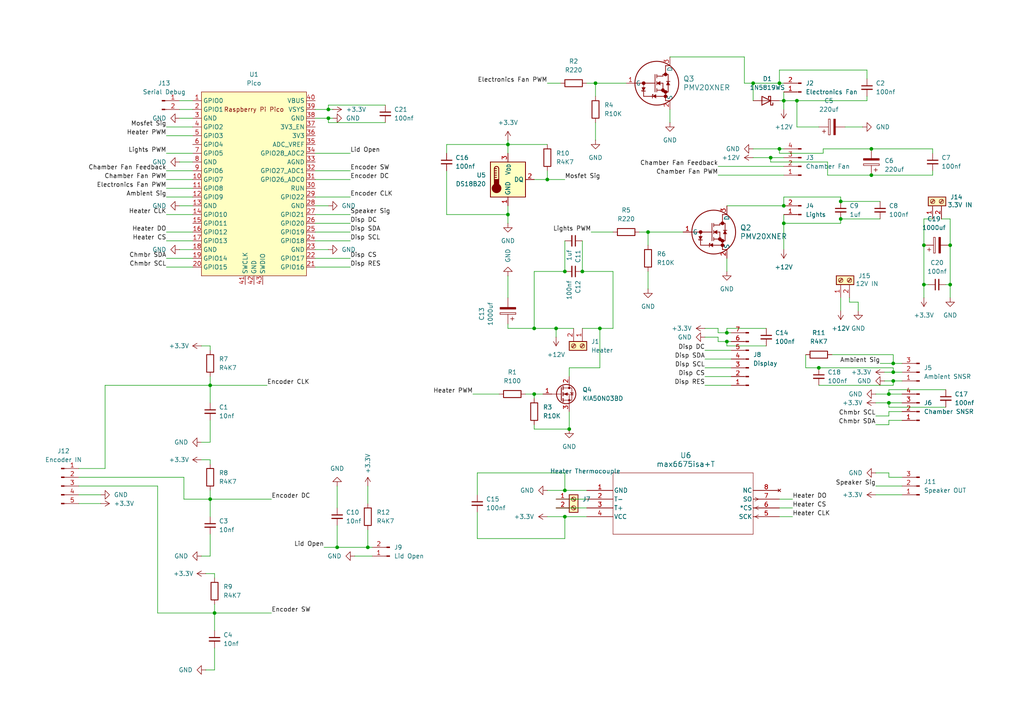
<source format=kicad_sch>
(kicad_sch (version 20231120) (generator "eeschema") (generator_version "8.0")
  (paper "A4")
  (junction (at 168.91 78.74))
  (junction (at 210.82 96.52))
  (junction (at 243.84 63.5))
  (junction (at 187.96 67.31))
  (junction (at 106.68 158.75))
  (junction (at 259.08 110.49))
  (junction (at 154.94 114.3))
  (junction (at 161.29 95.25))
  (junction (at 259.08 105.41))
  (junction (at 158.75 52.07))
  (junction (at 257.81 116.84))
  (junction (at 257.81 114.3))
  (junction (at 227.33 64.77))
  (junction (at 275.59 71.12))
  (junction (at 252.73 50.8))
  (junction (at 226.06 43.18))
  (junction (at 154.94 95.25))
  (junction (at 60.96 111.76))
  (junction (at 227.33 29.21))
  (junction (at 275.59 82.55))
  (junction (at 62.23 177.8))
  (junction (at 237.49 106.68))
  (junction (at 163.83 78.74))
  (junction (at 147.32 62.23))
  (junction (at 218.44 24.13))
  (junction (at 243.84 58.42))
  (junction (at 163.83 149.86))
  (junction (at 60.96 144.78))
  (junction (at 267.97 82.55))
  (junction (at 165.1 124.46))
  (junction (at 173.99 95.25))
  (junction (at 227.33 59.69))
  (junction (at 259.08 107.95))
  (junction (at 226.06 24.13))
  (junction (at 172.72 24.13))
  (junction (at 223.52 45.72))
  (junction (at 267.97 71.12))
  (junction (at 210.82 99.06))
  (junction (at 163.83 142.24))
  (junction (at 97.79 158.75))
  (junction (at 95.25 31.75))
  (junction (at 147.32 41.91))
  (junction (at 252.73 43.18))
  (junction (at 231.14 29.21))
  (junction (at 95.25 34.29))
  (wire (pts (xy 215.9 24.13) (xy 215.9 16.51)))
  (wire (pts (xy 257.81 120.65) (xy 254 120.65)))
  (wire (pts (xy 185.42 67.31) (xy 187.96 67.31)))
  (wire (pts (xy 204.47 106.68) (xy 212.09 106.68)))
  (wire (pts (xy 208.28 96.52) (xy 210.82 96.52)))
  (wire (pts (xy 129.54 41.91) (xy 147.32 41.91)))
  (wire (pts (xy 91.44 69.85) (xy 101.6 69.85)))
  (wire (pts (xy 154.94 52.07) (xy 158.75 52.07)))
  (wire (pts (xy 261.62 121.92) (xy 257.81 121.92)))
  (wire (pts (xy 60.96 121.92) (xy 60.96 128.27)))
  (wire (pts (xy 138.43 137.16) (xy 163.83 137.16)))
  (wire (pts (xy 106.68 153.67) (xy 106.68 158.75)))
  (wire (pts (xy 257.81 114.3) (xy 261.62 114.3)))
  (wire (pts (xy 62.23 177.8) (xy 62.23 182.88)))
  (wire (pts (xy 62.23 177.8) (xy 78.74 177.8)))
  (wire (pts (xy 238.76 44.45) (xy 226.06 44.45)))
  (wire (pts (xy 226.06 44.45) (xy 226.06 43.18)))
  (wire (pts (xy 91.44 74.93) (xy 101.6 74.93)))
  (wire (pts (xy 91.44 64.77) (xy 101.6 64.77)))
  (wire (pts (xy 91.44 31.75) (xy 95.25 31.75)))
  (wire (pts (xy 147.32 41.91) (xy 147.32 44.45)))
  (wire (pts (xy 251.46 20.32) (xy 226.06 20.32)))
  (wire (pts (xy 254 137.16) (xy 257.81 137.16)))
  (wire (pts (xy 210.82 100.33) (xy 210.82 99.06)))
  (wire (pts (xy 129.54 49.53) (xy 129.54 62.23)))
  (wire (pts (xy 208.28 97.79) (xy 208.28 99.06)))
  (wire (pts (xy 168.91 95.25) (xy 173.99 95.25)))
  (wire (pts (xy 267.97 63.5) (xy 267.97 71.12)))
  (wire (pts (xy 273.05 63.5) (xy 275.59 63.5)))
  (wire (pts (xy 187.96 78.74) (xy 187.96 83.82)))
  (wire (pts (xy 163.83 69.85) (xy 163.83 78.74)))
  (wire (pts (xy 53.34 144.78) (xy 60.96 144.78)))
  (wire (pts (xy 252.73 43.18) (xy 270.51 43.18)))
  (wire (pts (xy 218.44 24.13) (xy 218.44 29.21)))
  (wire (pts (xy 254 116.84) (xy 257.81 116.84)))
  (wire (pts (xy 22.86 138.43) (xy 53.34 138.43)))
  (wire (pts (xy 194.31 31.75) (xy 194.31 35.56)))
  (wire (pts (xy 93.98 158.75) (xy 97.79 158.75)))
  (wire (pts (xy 187.96 67.31) (xy 198.12 67.31)))
  (wire (pts (xy 237.49 36.83) (xy 231.14 36.83)))
  (wire (pts (xy 48.26 62.23) (xy 55.88 62.23)))
  (wire (pts (xy 238.76 43.18) (xy 238.76 44.45)))
  (wire (pts (xy 48.26 74.93) (xy 55.88 74.93)))
  (wire (pts (xy 161.29 147.32) (xy 170.18 147.32)))
  (wire (pts (xy 48.26 36.83) (xy 55.88 36.83)))
  (wire (pts (xy 163.83 78.74) (xy 154.94 78.74)))
  (wire (pts (xy 95.25 31.75) (xy 96.52 31.75)))
  (wire (pts (xy 218.44 43.18) (xy 226.06 43.18)))
  (wire (pts (xy 218.44 45.72) (xy 223.52 45.72)))
  (wire (pts (xy 111.76 30.48) (xy 95.25 30.48)))
  (wire (pts (xy 270.51 63.5) (xy 267.97 63.5)))
  (wire (pts (xy 246.38 87.63) (xy 248.92 87.63)))
  (wire (pts (xy 45.72 177.8) (xy 62.23 177.8)))
  (wire (pts (xy 163.83 142.24) (xy 170.18 142.24)))
  (wire (pts (xy 147.32 62.23) (xy 147.32 64.77)))
  (wire (pts (xy 227.33 29.21) (xy 227.33 31.75)))
  (wire (pts (xy 138.43 156.21) (xy 163.83 156.21)))
  (wire (pts (xy 161.29 95.25) (xy 161.29 97.79)))
  (wire (pts (xy 147.32 41.91) (xy 158.75 41.91)))
  (wire (pts (xy 161.29 95.25) (xy 166.37 95.25)))
  (wire (pts (xy 222.25 95.25) (xy 210.82 95.25)))
  (wire (pts (xy 259.08 111.76) (xy 259.08 110.49)))
  (wire (pts (xy 256.54 107.95) (xy 259.08 107.95)))
  (wire (pts (xy 60.96 100.33) (xy 60.96 101.6)))
  (wire (pts (xy 52.07 72.39) (xy 55.88 72.39)))
  (wire (pts (xy 243.84 64.77) (xy 227.33 64.77)))
  (wire (pts (xy 48.26 67.31) (xy 55.88 67.31)))
  (wire (pts (xy 257.81 113.03) (xy 257.81 114.3)))
  (wire (pts (xy 158.75 49.53) (xy 158.75 52.07)))
  (wire (pts (xy 245.11 36.83) (xy 250.19 36.83)))
  (wire (pts (xy 252.73 50.8) (xy 240.03 50.8)))
  (wire (pts (xy 257.81 116.84) (xy 261.62 116.84)))
  (wire (pts (xy 163.83 149.86) (xy 170.18 149.86)))
  (wire (pts (xy 106.68 158.75) (xy 107.95 158.75)))
  (wire (pts (xy 226.06 147.32) (xy 229.87 147.32)))
  (wire (pts (xy 226.06 29.21) (xy 227.33 29.21)))
  (wire (pts (xy 163.83 156.21) (xy 163.83 149.86)))
  (wire (pts (xy 97.79 140.97) (xy 97.79 147.32)))
  (wire (pts (xy 223.52 45.72) (xy 227.33 45.72)))
  (wire (pts (xy 267.97 82.55) (xy 267.97 86.36)))
  (wire (pts (xy 48.26 52.07) (xy 55.88 52.07)))
  (wire (pts (xy 30.48 111.76) (xy 60.96 111.76)))
  (wire (pts (xy 161.29 144.78) (xy 170.18 144.78)))
  (wire (pts (xy 58.42 128.27) (xy 60.96 128.27)))
  (wire (pts (xy 177.8 78.74) (xy 177.8 95.25)))
  (wire (pts (xy 210.82 95.25) (xy 210.82 96.52)))
  (wire (pts (xy 248.92 87.63) (xy 248.92 90.17)))
  (wire (pts (xy 226.06 144.78) (xy 229.87 144.78)))
  (wire (pts (xy 233.68 106.68) (xy 237.49 106.68)))
  (wire (pts (xy 274.32 113.03) (xy 257.81 113.03)))
  (wire (pts (xy 154.94 123.19) (xy 154.94 124.46)))
  (wire (pts (xy 97.79 152.4) (xy 97.79 158.75)))
  (wire (pts (xy 215.9 24.13) (xy 218.44 24.13)))
  (wire (pts (xy 52.07 34.29) (xy 55.88 34.29)))
  (wire (pts (xy 138.43 143.51) (xy 138.43 137.16)))
  (wire (pts (xy 165.1 106.68) (xy 173.99 106.68)))
  (wire (pts (xy 251.46 29.21) (xy 251.46 27.94)))
  (wire (pts (xy 259.08 106.68) (xy 259.08 107.95)))
  (wire (pts (xy 252.73 43.18) (xy 238.76 43.18)))
  (wire (pts (xy 237.49 106.68) (xy 259.08 106.68)))
  (wire (pts (xy 226.06 20.32) (xy 226.06 24.13)))
  (wire (pts (xy 172.72 24.13) (xy 172.72 27.94)))
  (wire (pts (xy 158.75 149.86) (xy 163.83 149.86)))
  (wire (pts (xy 210.82 59.69) (xy 227.33 59.69)))
  (wire (pts (xy 240.03 46.99) (xy 223.52 46.99)))
  (wire (pts (xy 254 143.51) (xy 261.62 143.51)))
  (wire (pts (xy 233.68 102.87) (xy 233.68 106.68)))
  (wire (pts (xy 243.84 57.15) (xy 227.33 57.15)))
  (wire (pts (xy 274.32 118.11) (xy 257.81 118.11)))
  (wire (pts (xy 259.08 110.49) (xy 261.62 110.49)))
  (wire (pts (xy 226.06 43.18) (xy 227.33 43.18)))
  (wire (pts (xy 227.33 64.77) (xy 227.33 72.39)))
  (wire (pts (xy 172.72 35.56) (xy 172.72 40.64)))
  (wire (pts (xy 58.42 100.33) (xy 60.96 100.33)))
  (wire (pts (xy 97.79 158.75) (xy 106.68 158.75)))
  (wire (pts (xy 163.83 137.16) (xy 163.83 142.24)))
  (wire (pts (xy 223.52 46.99) (xy 223.52 45.72)))
  (wire (pts (xy 168.91 78.74) (xy 177.8 78.74)))
  (wire (pts (xy 91.44 49.53) (xy 101.6 49.53)))
  (wire (pts (xy 91.44 57.15) (xy 101.6 57.15)))
  (wire (pts (xy 204.47 109.22) (xy 212.09 109.22)))
  (wire (pts (xy 48.26 69.85) (xy 55.88 69.85)))
  (wire (pts (xy 154.94 95.25) (xy 161.29 95.25)))
  (wire (pts (xy 59.69 194.31) (xy 62.23 194.31)))
  (wire (pts (xy 48.26 49.53) (xy 55.88 49.53)))
  (wire (pts (xy 48.26 77.47) (xy 55.88 77.47)))
  (wire (pts (xy 208.28 50.8) (xy 227.33 50.8)))
  (wire (pts (xy 30.48 135.89) (xy 30.48 111.76)))
  (wire (pts (xy 241.3 102.87) (xy 259.08 102.87)))
  (wire (pts (xy 62.23 166.37) (xy 62.23 167.64)))
  (wire (pts (xy 91.44 59.69) (xy 95.25 59.69)))
  (wire (pts (xy 208.28 48.26) (xy 227.33 48.26)))
  (wire (pts (xy 226.06 149.86) (xy 229.87 149.86)))
  (wire (pts (xy 62.23 187.96) (xy 62.23 194.31)))
  (wire (pts (xy 257.81 123.19) (xy 254 123.19)))
  (wire (pts (xy 60.96 111.76) (xy 77.47 111.76)))
  (wire (pts (xy 52.07 59.69) (xy 55.88 59.69)))
  (wire (pts (xy 48.26 54.61) (xy 55.88 54.61)))
  (wire (pts (xy 171.45 67.31) (xy 177.8 67.31)))
  (wire (pts (xy 91.44 62.23) (xy 101.6 62.23)))
  (wire (pts (xy 22.86 135.89) (xy 30.48 135.89)))
  (wire (pts (xy 270.51 50.8) (xy 270.51 49.53)))
  (wire (pts (xy 270.51 43.18) (xy 270.51 44.45)))
  (wire (pts (xy 170.18 24.13) (xy 172.72 24.13)))
  (wire (pts (xy 210.82 74.93) (xy 210.82 78.74)))
  (wire (pts (xy 60.96 144.78) (xy 78.74 144.78)))
  (wire (pts (xy 257.81 119.38) (xy 257.81 120.65)))
  (wire (pts (xy 152.4 114.3) (xy 154.94 114.3)))
  (wire (pts (xy 129.54 62.23) (xy 147.32 62.23)))
  (wire (pts (xy 95.25 30.48) (xy 95.25 31.75)))
  (wire (pts (xy 154.94 78.74) (xy 154.94 95.25)))
  (wire (pts (xy 173.99 95.25) (xy 173.99 106.68)))
  (wire (pts (xy 259.08 105.41) (xy 261.62 105.41)))
  (wire (pts (xy 168.91 69.85) (xy 168.91 78.74)))
  (wire (pts (xy 173.99 95.25) (xy 177.8 95.25)))
  (wire (pts (xy 91.44 34.29) (xy 95.25 34.29)))
  (wire (pts (xy 257.81 137.16) (xy 257.81 138.43)))
  (wire (pts (xy 60.96 144.78) (xy 60.96 142.24)))
  (wire (pts (xy 48.26 39.37) (xy 55.88 39.37)))
  (wire (pts (xy 237.49 111.76) (xy 259.08 111.76)))
  (wire (pts (xy 275.59 82.55) (xy 275.59 86.36)))
  (wire (pts (xy 240.03 50.8) (xy 240.03 46.99)))
  (wire (pts (xy 91.44 52.07) (xy 101.6 52.07)))
  (wire (pts (xy 256.54 110.49) (xy 259.08 110.49)))
  (wire (pts (xy 246.38 86.36) (xy 246.38 87.63)))
  (wire (pts (xy 154.94 114.3) (xy 154.94 115.57)))
  (wire (pts (xy 275.59 82.55) (xy 275.59 71.12)))
  (wire (pts (xy 231.14 29.21) (xy 227.33 29.21)))
  (wire (pts (xy 208.28 95.25) (xy 208.28 96.52)))
  (wire (pts (xy 58.42 133.35) (xy 60.96 133.35)))
  (wire (pts (xy 255.27 105.41) (xy 259.08 105.41)))
  (wire (pts (xy 60.96 144.78) (xy 60.96 149.86)))
  (wire (pts (xy 172.72 24.13) (xy 181.61 24.13)))
  (wire (pts (xy 227.33 62.23) (xy 227.33 64.77)))
  (wire (pts (xy 158.75 24.13) (xy 162.56 24.13)))
  (wire (pts (xy 243.84 86.36) (xy 243.84 90.17)))
  (wire (pts (xy 48.26 57.15) (xy 55.88 57.15)))
  (wire (pts (xy 95.25 35.56) (xy 95.25 34.29)))
  (wire (pts (xy 52.07 46.99) (xy 55.88 46.99)))
  (wire (pts (xy 91.44 77.47) (xy 101.6 77.47)))
  (wire (pts (xy 22.86 146.05) (xy 29.21 146.05)))
  (wire (pts (xy 60.96 111.76) (xy 60.96 116.84)))
  (wire (pts (xy 60.96 133.35) (xy 60.96 134.62)))
  (wire (pts (xy 62.23 177.8) (xy 62.23 175.26)))
  (wire (pts (xy 227.33 26.67) (xy 227.33 29.21)))
  (wire (pts (xy 218.44 24.13) (xy 226.06 24.13)))
  (wire (pts (xy 210.82 96.52) (xy 212.09 96.52)))
  (wire (pts (xy 259.08 107.95) (xy 261.62 107.95)))
  (wire (pts (xy 147.32 93.98) (xy 147.32 95.25)))
  (wire (pts (xy 257.81 121.92) (xy 257.81 123.19)))
  (wire (pts (xy 147.32 86.36) (xy 147.32 80.01)))
  (wire (pts (xy 154.94 124.46) (xy 165.1 124.46)))
  (wire (pts (xy 129.54 44.45) (xy 129.54 41.91)))
  (wire (pts (xy 154.94 114.3) (xy 157.48 114.3)))
  (wire (pts (xy 91.44 67.31) (xy 101.6 67.31)))
  (wire (pts (xy 204.47 95.25) (xy 208.28 95.25)))
  (wire (pts (xy 227.33 57.15) (xy 227.33 59.69)))
  (wire (pts (xy 59.69 166.37) (xy 62.23 166.37)))
  (wire (pts (xy 95.25 34.29) (xy 96.52 34.29)))
  (wire (pts (xy 243.84 58.42) (xy 243.84 57.15)))
  (wire (pts (xy 60.96 154.94) (xy 60.96 161.29)))
  (wire (pts (xy 147.32 95.25) (xy 154.94 95.25)))
  (wire (pts (xy 275.59 63.5) (xy 275.59 71.12)))
  (wire (pts (xy 252.73 50.8) (xy 270.51 50.8)))
  (wire (pts (xy 254 140.97) (xy 261.62 140.97)))
  (wire (pts (xy 261.62 119.38) (xy 257.81 119.38)))
  (wire (pts (xy 60.96 111.76) (xy 60.96 109.22)))
  (wire (pts (xy 53.34 138.43) (xy 53.34 144.78)))
  (wire (pts (xy 254 114.3) (xy 257.81 114.3)))
  (wire (pts (xy 257.81 118.11) (xy 257.81 116.84)))
  (wire (pts (xy 111.76 35.56) (xy 95.25 35.56)))
  (wire (pts (xy 22.86 143.51) (xy 29.21 143.51)))
  (wire (pts (xy 147.32 59.69) (xy 147.32 62.23)))
  (wire (pts (xy 257.81 138.43) (xy 261.62 138.43)))
  (wire (pts (xy 204.47 101.6) (xy 212.09 101.6)))
  (wire (pts (xy 267.97 82.55) (xy 267.97 71.12)))
  (wire (pts (xy 165.1 106.68) (xy 165.1 109.22)))
  (wire (pts (xy 58.42 161.29) (xy 60.96 161.29)))
  (wire (pts (xy 102.87 161.29) (xy 107.95 161.29)))
  (wire (pts (xy 243.84 63.5) (xy 243.84 64.77)))
  (wire (pts (xy 45.72 140.97) (xy 45.72 177.8)))
  (wire (pts (xy 52.07 29.21) (xy 55.88 29.21)))
  (wire (pts (xy 210.82 99.06) (xy 212.09 99.06)))
  (wire (pts (xy 215.9 16.51) (xy 194.31 16.51)))
  (wire (pts (xy 137.16 114.3) (xy 144.78 114.3)))
  (wire (pts (xy 204.47 97.79) (xy 208.28 97.79)))
  (wire (pts (xy 158.75 52.07) (xy 163.83 52.07)))
  (wire (pts (xy 147.32 40.64) (xy 147.32 41.91)))
  (wire (pts (xy 165.1 119.38) (xy 165.1 124.46)))
  (wire (pts (xy 106.68 140.97) (xy 106.68 146.05)))
  (wire (pts (xy 222.25 100.33) (xy 210.82 100.33)))
  (wire (pts (xy 251.46 22.86) (xy 251.46 20.32)))
  (wire (pts (xy 52.07 31.75) (xy 55.88 31.75)))
  (wire (pts (xy 138.43 148.59) (xy 138.43 156.21)))
  (wire (pts (xy 208.28 99.06) (xy 210.82 99.06)))
  (wire (pts (xy 231.14 36.83) (xy 231.14 29.21)))
  (wire (pts (xy 243.84 58.42) (xy 255.27 58.42)))
  (wire (pts (xy 91.44 72.39) (xy 95.25 72.39)))
  (wire (pts (xy 231.14 29.21) (xy 251.46 29.21)))
  (wire (pts (xy 187.96 67.31) (xy 187.96 71.12)))
  (wire (pts (xy 274.32 82.55) (xy 275.59 82.55)))
  (wire (pts (xy 48.26 44.45) (xy 55.88 44.45)))
  (wire (pts (xy 91.44 44.45) (xy 101.6 44.45)))
  (wire (pts (xy 259.08 102.87) (xy 259.08 105.41)))
  (wire (pts (xy 243.84 63.5) (xy 255.27 63.5)))
  (wire (pts (xy 269.24 82.55) (xy 267.97 82.55)))
  (wire (pts (xy 158.75 142.24) (xy 163.83 142.24)))
  (wire (pts (xy 204.47 111.76) (xy 212.09 111.76)))
  (wire (pts (xy 226.06 24.13) (xy 227.33 24.13)))
  (wire (pts (xy 22.86 140.97) (xy 45.72 140.97)))
  (wire (pts (xy 204.47 104.14) (xy 212.09 104.14)))
  (label "Chmbr SCL" (at 48.26 77.47 180))
  (label "Disp SCL" (at 204.47 106.68 180))
  (label "Disp DC" (at 101.6 64.77 0))
  (label "Lights PWM" (at 171.45 67.31 180))
  (label "Chmbr SCL" (at 254 120.65 180))
  (label "Lid Open" (at 93.98 158.75 180))
  (label "Heater PWM" (at 137.16 114.3 180))
  (label "Chmbr SDA" (at 254 123.19 180))
  (label "Heater CS" (at 229.87 147.32 0))
  (label "Disp CS" (at 204.47 109.22 180))
  (label "Heater CS" (at 48.26 69.85 180))
  (label "Electronics Fan PWM" (at 158.75 24.13 180))
  (label "Heater CLK" (at 229.87 149.86 0))
  (label "Encoder CLK" (at 77.47 111.76 0))
  (label "Disp RES" (at 204.47 111.76 180))
  (label "Disp SCL" (at 101.6 69.85 0))
  (label "Electronics Fan PWM" (at 48.26 54.61 180))
  (label "Disp CS" (at 101.6 74.93 0))
  (label "Heater PWM" (at 48.26 39.37 180))
  (label "Chmbr SDA" (at 48.26 74.93 180))
  (label "Heater DO" (at 48.26 67.31 180))
  (label "Chamber Fan PWM" (at 48.26 52.07 180))
  (label "Lid Open" (at 101.6 44.45 0))
  (label "Speaker Sig" (at 101.6 62.23 0))
  (label "Ambient Sig" (at 48.26 57.15 180))
  (label "Lights PWM" (at 48.26 44.45 180))
  (label "Chamber Fan Feedback" (at 48.26 49.53 180))
  (label "Encoder CLK" (at 101.6 57.15 0))
  (label "Disp RES" (at 101.6 77.47 0))
  (label "Encoder SW" (at 78.74 177.8 0))
  (label "Heater CLK" (at 48.26 62.23 180))
  (label "Disp DC" (at 204.47 101.6 180))
  (label "Speaker Sig" (at 254 140.97 180))
  (label "Encoder SW" (at 101.6 49.53 0))
  (label "Mosfet Sig" (at 163.83 52.07 0))
  (label "Encoder DC" (at 78.74 144.78 0))
  (label "Chamber Fan PWM" (at 208.28 50.8 180))
  (label "Disp SDA" (at 101.6 67.31 0))
  (label "Ambient Sig" (at 255.27 105.41 180))
  (label "Chamber Fan Feedback" (at 208.28 48.26 180))
  (label "Disp SDA" (at 204.47 104.14 180))
  (label "Encoder DC" (at 101.6 52.07 0))
  (label "Heater DO" (at 229.87 144.78 0))
  (label "Mosfet Sig" (at 48.26 36.83 180))
  (symbol (lib_id "power:GND") (at 172.72 40.64 0) (unit 1)
    (property "Reference" "#PWR05" (effects (hide yes)))
    (property "Value" "GND" (at 172.72 45.72 0))
    (property "Description" "Power symbol creates a global label with name \"GND\" , ground" (effects (hide yes)))
  )
  (symbol (lib_id "power:GND") (at 52.07 72.39 270) (unit 1)
    (property "Reference" "#PWR044" (effects (hide yes)))
    (property "Value" "GND" (at 48.26 72.3899 90) (effects (justify right)))
    (property "Description" "Power symbol creates a global label with name \"GND\" , ground" (effects (hide yes)))
  )
  (symbol (lib_id "power:+3.3V") (at 96.52 31.75 270) (unit 1)
    (property "Reference" "#PWR037" (effects (hide yes)))
    (property "Value" "+3.3V" (at 100.33 31.7499 90) (effects (justify left)))
    (property "Description" "Power symbol creates a global label with name \"+3.3V\"" (effects (hide yes)))
  )
  (symbol (lib_id "power:GND") (at 95.25 59.69 90) (unit 1)
    (property "Reference" "#PWR031" (effects (hide yes)))
    (property "Value" "GND" (at 99.06 59.6899 90) (effects (justify right)))
    (property "Description" "Power symbol creates a global label with name \"GND\" , ground" (effects (hide yes)))
  )
  (symbol (lib_id "Device:C_Small") (at 243.84 60.96 0) (unit 1)
    (property "Reference" "C9" (at 246.38 59.6962 0) (effects (justify left)))
    (property "Value" "1uf" (at 246.38 62.2362 0) (effects (justify left)))
    (property "Footprint" "Capacitor_SMD:C_1210_3225Metric" (effects (hide yes)))
    (property "Description" "Unpolarized capacitor, small symbol" (effects (hide yes)))
  )
  (symbol (lib_id "Connector:Screw_Terminal_01x02") (at 243.84 81.28 90) (unit 1)
    (property "Reference" "J15" (at 248.92 80.0099 90) (effects (justify right)))
    (property "Value" "12V IN" (at 248.158 82.296 90) (effects (justify right)))
    (property "Footprint" "TerminalBlock_MetzConnect:TerminalBlock_MetzConnect_Type067_RT01902HDWC_1x02_P10.00mm_Horizontal" (effects (hide yes)))
    (property "Description" "Generic screw terminal, single row, 01x02, script generated (kicad-library-utils/schlib/autogen/connector/)" (effects (hide yes)))
  )
  (symbol (lib_id "Device:C_Small") (at 62.23 185.42 0) (unit 1)
    (property "Reference" "C4" (at 64.77 184.1562 0) (effects (justify left)))
    (property "Value" "10nf" (at 64.77 186.6962 0) (effects (justify left)))
    (property "Footprint" "Capacitor_SMD:C_1206_3216Metric" (effects (hide yes)))
    (property "Description" "Unpolarized capacitor, small symbol" (effects (hide yes)))
  )
  (symbol (lib_id "power:GND") (at 165.1 124.46 0) (unit 1)
    (property "Reference" "#PWR01" (effects (hide yes)))
    (property "Value" "GND" (at 165.1 129.54 0))
    (property "Description" "Power symbol creates a global label with name \"GND\" , ground" (effects (hide yes)))
  )
  (symbol (lib_id "power:GND") (at 204.47 97.79 270) (unit 1)
    (property "Reference" "#PWR023" (effects (hide yes)))
    (property "Value" "GND" (at 200.66 97.7899 90) (effects (justify right)))
    (property "Description" "Power symbol creates a global label with name \"GND\" , ground" (effects (hide yes)))
  )
  (symbol (lib_id "Device:C_Small") (at 166.37 69.85 270) (unit 1)
    (property "Reference" "C11" (at 167.6338 72.39 0) (effects (justify left)))
    (property "Value" "1uf" (at 165.0938 72.39 0) (effects (justify left)))
    (property "Footprint" "Capacitor_SMD:C_1210_3225Metric" (effects (hide yes)))
    (property "Description" "Unpolarized capacitor, small symbol" (effects (hide yes)))
  )
  (symbol (lib_id "power:GND") (at 96.52 34.29 90) (unit 1)
    (property "Reference" "#PWR04" (effects (hide yes)))
    (property "Value" "GND" (at 100.33 34.2899 90) (effects (justify right)))
    (property "Description" "Power symbol creates a global label with name \"GND\" , ground" (effects (hide yes)))
  )
  (symbol (lib_id "power:GND") (at 59.69 194.31 270) (unit 1)
    (property "Reference" "#PWR022" (effects (hide yes)))
    (property "Value" "GND" (at 55.88 194.3099 90) (effects (justify right)))
    (property "Description" "Power symbol creates a global label with name \"GND\" , ground" (effects (hide yes)))
  )
  (symbol (lib_id "Device:C_Polarized") (at 147.32 90.17 180) (unit 1)
    (property "Reference" "C13" (at 139.7 91.059 90))
    (property "Value" "1000uf" (at 142.24 91.059 90))
    (property "Footprint" "Capacitor_SMD:CP_Elec_10x10.5" (effects (hide yes)))
    (property "Description" "Polarized capacitor" (effects (hide yes)))
  )
  (symbol (lib_id "Connector:Screw_Terminal_01x02") (at 168.91 100.33 270) (unit 1)
    (property "Reference" "J1" (at 171.45 99.0599 90) (effects (justify left)))
    (property "Value" "Heater" (at 171.45 101.5999 90) (effects (justify left)))
    (property "Footprint" "TerminalBlock_MetzConnect:TerminalBlock_MetzConnect_Type067_RT01902HDWC_1x02_P10.00mm_Horizontal" (effects (hide yes)))
    (property "Description" "Generic screw terminal, single row, 01x02, script generated (kicad-library-utils/schlib/autogen/connector/)" (effects (hide yes)))
  )
  (symbol (lib_id "Device:R") (at 60.96 105.41 180) (unit 1)
    (property "Reference" "R7" (at 63.5 104.1399 0) (effects (justify right)))
    (property "Value" "R4K7" (at 63.5 106.6799 0) (effects (justify right)))
    (property "Footprint" "Resistor_SMD:R_1206_3216Metric" (effects (hide yes)))
    (property "Description" "Resistor" (effects (hide yes)))
  )
  (symbol (lib_id "Connector:Conn_01x07_Pin") (at 217.17 104.14 180) (unit 1)
    (property "Reference" "J8" (at 218.44 102.8699 0) (effects (justify right)))
    (property "Value" "Display" (at 218.44 105.4099 0) (effects (justify right)))
    (property "Footprint" "SMD-Connectors:SMD-PinHeader_1x07_P2.54mm_Vertical" (effects (hide yes)))
    (property "Description" "Generic connector, single row, 01x07, script generated" (effects (hide yes)))
  )
  (symbol (lib_id "Device:C_Polarized") (at 241.3 36.83 90) (unit 1)
    (property "Reference" "C5" (at 240.411 29.21 90))
    (property "Value" "220uf" (at 240.411 31.75 90))
    (property "Footprint" "Capacitor_SMD:CP_Elec_8x10.5" (effects (hide yes)))
    (property "Description" "Polarized capacitor" (effects (hide yes)))
  )
  (symbol (lib_id "Connector:Screw_Terminal_01x02") (at 166.37 144.78 0) (unit 1)
    (property "Reference" "J7" (at 168.91 144.7799 0) (effects (justify left)))
    (property "Value" "Heater Thermocouple" (at 159.512 136.652 0) (effects (justify left)))
    (property "Footprint" "TerminalBlock_MetzConnect:TerminalBlock_MetzConnect_Type171_RT13702HBWC_1x02_P7.50mm_Horizontal" (effects (hide yes)))
    (property "Description" "Generic screw terminal, single row, 01x02, script generated (kicad-library-utils/schlib/autogen/connector/)" (effects (hide yes)))
  )
  (symbol (lib_id "power:+12V") (at 218.44 45.72 90) (unit 1)
    (property "Reference" "#PWR07" (effects (hide yes)))
    (property "Value" "+12V" (at 214.63 45.7199 90) (effects (justify left)))
    (property "Description" "Power symbol creates a global label with name \"+12V\"" (effects (hide yes)))
  )
  (symbol (lib_id "power:+3.3V") (at 254 143.51 90) (unit 1)
    (property "Reference" "#PWR011" (effects (hide yes)))
    (property "Value" "+3.3V" (at 250.19 143.5099 90) (effects (justify left)))
    (property "Description" "Power symbol creates a global label with name \"+3.3V\"" (effects (hide yes)))
  )
  (symbol (lib_id "power:GND") (at 52.07 34.29 270) (unit 1)
    (property "Reference" "#PWR047" (effects (hide yes)))
    (property "Value" "GND" (at 48.26 34.2899 90) (effects (justify right)))
    (property "Description" "Power symbol creates a global label with name \"GND\" , ground" (effects (hide yes)))
  )
  (symbol (lib_id "power:+3.3V") (at 106.68 140.97 0) (unit 1)
    (property "Reference" "#PWR034" (effects (hide yes)))
    (property "Value" "+3.3V" (at 106.68 137.414 90) (effects (justify left)))
    (property "Description" "Power symbol creates a global label with name \"+3.3V\"" (effects (hide yes)))
  )
  (symbol (lib_id "Device:R") (at 158.75 45.72 180) (unit 1)
    (property "Reference" "R10" (at 161.29 44.4499 0) (effects (justify right)))
    (property "Value" "R4K7" (at 161.29 46.9899 0) (effects (justify right)))
    (property "Footprint" "Resistor_SMD:R_1206_3216Metric" (effects (hide yes)))
    (property "Description" "Resistor" (effects (hide yes)))
  )
  (symbol (lib_id "Device:R") (at 154.94 119.38 180) (unit 1)
    (property "Reference" "R3" (at 157.48 118.1099 0) (effects (justify right)))
    (property "Value" "R10K" (at 157.48 120.6499 0) (effects (justify right)))
    (property "Footprint" "Resistor_SMD:R_1206_3216Metric" (effects (hide yes)))
    (property "Description" "Resistor" (effects (hide yes)))
  )
  (symbol (lib_id "power:+12V") (at 227.33 31.75 180) (unit 1)
    (property "Reference" "#PWR03" (effects (hide yes)))
    (property "Value" "+12V" (at 227.33 36.83 0))
    (property "Description" "Power symbol creates a global label with name \"+12V\"" (effects (hide yes)))
  )
  (symbol (lib_id "Transistor_FET:KIA50N03BD") (at 162.56 114.3 0) (unit 1)
    (property "Reference" "Q4" (at 168.91 113.0299 0) (effects (justify left)))
    (property "Value" "KIA50N03BD" (at 168.91 115.5699 0) (effects (justify left)))
    (property "Footprint" "Package_TO_SOT_SMD:TO-252-2" (effects (hide yes)))
    (property "Datasheet" "https://www.infineon.com/dgdl/Infineon-IPD50R380CE-DS-v02_01-en.pdf?fileId=db3a30433ecb86d4013ed0a2ef580f38" (effects (hide yes)))
    (property "Description" "30V 50A N-ChAnnel Mosfet" (effects (hide yes)))
  )
  (symbol (lib_id "power:GND") (at 275.59 86.36 0) (unit 1)
    (property "Reference" "#PWR039" (effects (hide yes)))
    (property "Value" "GND" (at 275.59 91.44 0))
    (property "Description" "Power symbol creates a global label with name \"GND\" , ground" (effects (hide yes)))
  )
  (symbol (lib_id "Device:C_Small") (at 222.25 97.79 0) (unit 1)
    (property "Reference" "C14" (at 224.79 96.5262 0) (effects (justify left)))
    (property "Value" "100nf" (at 224.79 99.0662 0) (effects (justify left)))
    (property "Footprint" "Capacitor_SMD:C_1210_3225Metric" (effects (hide yes)))
    (property "Description" "Unpolarized capacitor, small symbol" (effects (hide yes)))
  )
  (symbol (lib_id "Device:C_Small") (at 111.76 33.02 0) (unit 1)
    (property "Reference" "C21" (at 114.3 31.7562 0) (effects (justify left)))
    (property "Value" "100nf" (at 114.3 34.2962 0) (effects (justify left)))
    (property "Footprint" "Capacitor_SMD:C_1210_3225Metric" (effects (hide yes)))
    (property "Description" "Unpolarized capacitor, small symbol" (effects (hide yes)))
  )
  (symbol (lib_id "MAX6675:max6675isa+T") (at 170.18 142.24 0) (unit 1)
    (property "Reference" "U6" (at 198.901 132.08 0) (effects (font (size 1.524 1.524))))
    (property "Value" "max6675isa+T" (at 198.901 134.62 0) (effects (font (size 1.524 1.524))))
    (property "Footprint" "21-0041B_8_MXM" (effects (hide yes)))
    (property "Datasheet" "max6675isa+T" (effects (hide yes)))
  )
  (symbol (lib_id "Device:C_Small") (at 60.96 119.38 0) (unit 1)
    (property "Reference" "C1" (at 63.5 118.1162 0) (effects (justify left)))
    (property "Value" "10nf" (at 63.5 120.6562 0) (effects (justify left)))
    (property "Footprint" "Capacitor_SMD:C_1206_3216Metric" (effects (hide yes)))
    (property "Description" "Unpolarized capacitor, small symbol" (effects (hide yes)))
  )
  (symbol (lib_id "Device:R") (at 187.96 74.93 180) (unit 1)
    (property "Reference" "R6" (at 190.5 73.6599 0) (effects (justify right)))
    (property "Value" "R10K" (at 190.5 76.1999 0) (effects (justify right)))
    (property "Footprint" "Resistor_SMD:R_1206_3216Metric" (effects (hide yes)))
    (property "Description" "Resistor" (effects (hide yes)))
  )
  (symbol (lib_id "Device:C_Small") (at 251.46 25.4 0) (unit 1)
    (property "Reference" "C2" (at 254 24.1362 0) (effects (justify left)))
    (property "Value" "100nf" (at 254 26.6762 0) (effects (justify left)))
    (property "Footprint" "Capacitor_SMD:C_1210_3225Metric" (effects (hide yes)))
    (property "Description" "Unpolarized capacitor, small symbol" (effects (hide yes)))
  )
  (symbol (lib_id "power:GND") (at 158.75 142.24 270) (unit 1)
    (property "Reference" "#PWR042" (effects (hide yes)))
    (property "Value" "GND" (at 154.94 142.2399 90) (effects (justify right)))
    (property "Description" "Power symbol creates a global label with name \"GND\" , ground" (effects (hide yes)))
  )
  (symbol (lib_id "Device:R") (at 181.61 67.31 90) (unit 1)
    (property "Reference" "R5" (at 181.61 60.96 90))
    (property "Value" "R220" (at 181.61 63.5 90))
    (property "Footprint" "Resistor_SMD:R_1206_3216Metric" (effects (hide yes)))
    (property "Description" "Resistor" (effects (hide yes)))
  )
  (symbol (lib_id "Connector:Conn_01x02_Pin") (at 113.03 161.29 180) (unit 1)
    (property "Reference" "J9" (at 114.3 158.7499 0) (effects (justify right)))
    (property "Value" "Lid Open" (at 114.3 161.2899 0) (effects (justify right)))
    (property "Footprint" "SMD-Connectors:SMD-PinHeader_1x02_P2.54mm_Vertical" (effects (hide yes)))
    (property "Description" "Generic connector, single row, 01x02, script generated" (effects (hide yes)))
  )
  (symbol (lib_id "Connector:Conn_01x04_Pin") (at 266.7 119.38 180) (unit 1)
    (property "Reference" "J6" (at 267.97 116.8399 0) (effects (justify right)))
    (property "Value" "Chamber SNSR" (at 267.97 119.3799 0) (effects (justify right)))
    (property "Footprint" "SMD-Connectors:SMD-PinHeader_1x04_P2.54mm_Vertical" (effects (hide yes)))
    (property "Description" "Generic connector, single row, 01x04, script generated" (effects (hide yes)))
  )
  (symbol (lib_id "power:GND") (at 254 137.16 270) (unit 1)
    (property "Reference" "#PWR012" (effects (hide yes)))
    (property "Value" "GND" (at 250.19 137.1599 90) (effects (justify right)))
    (property "Description" "Power symbol creates a global label with name \"GND\" , ground" (effects (hide yes)))
  )
  (symbol (lib_id "power:+3.3V") (at 29.21 146.05 270) (unit 1)
    (property "Reference" "#PWR016" (effects (hide yes)))
    (property "Value" "+3.3V" (at 33.02 146.0499 90) (effects (justify left)))
    (property "Description" "Power symbol creates a global label with name \"+3.3V\"" (effects (hide yes)))
  )
  (symbol (lib_id "Sensor_Temperature:DS18B20") (at 147.32 52.07 0) (unit 1)
    (property "Reference" "U5" (at 140.97 50.7999 0) (effects (justify right)))
    (property "Value" "DS18B20" (at 140.97 53.3399 0) (effects (justify right)))
    (property "Footprint" "Package_TO_SOT_THT:TO-92_Inline" (effects (hide yes)))
    (property "Datasheet" "http://datasheets.maximintegrated.com/en/ds/DS18B20.pdf" (effects (hide yes)))
    (property "Description" "Programmable Resolution 1-Wire Digital Thermometer TO-92" (effects (hide yes)))
  )
  (symbol (lib_id "ul_PMV20XNER:PMV20XNER") (at 198.12 67.31 0) (unit 1)
    (property "Reference" "Q2" (at 214.63 66.0399 0) (effects (font (size 1.524 1.524)) (justify left)))
    (property "Value" "PMV20XNER" (at 214.63 68.5799 0) (effects (font (size 1.524 1.524)) (justify left)))
    (property "Footprint" "ul_PMV20XNER:SOT23-TO-236AB_NEX" (effects (hide yes)))
    (property "Datasheet" "PMV20XNER" (effects (hide yes)))
  )
  (symbol (lib_id "Device:C_Small") (at 271.78 82.55 90) (unit 1)
    (property "Reference" "C20" (at 271.7863 76.2 90))
    (property "Value" "100nf" (at 271.7863 78.74 90))
    (property "Footprint" "Capacitor_SMD:C_1210_3225Metric" (effects (hide yes)))
    (property "Description" "Unpolarized capacitor, small symbol" (effects (hide yes)))
  )
  (symbol (lib_id "power:GND") (at 210.82 78.74 0) (unit 1)
    (property "Reference" "#PWR09" (effects (hide yes)))
    (property "Value" "GND" (at 210.82 83.82 0))
    (property "Description" "Power symbol creates a global label with name \"GND\" , ground" (effects (hide yes)))
  )
  (symbol (lib_id "Device:C_Small") (at 237.49 109.22 0) (unit 1)
    (property "Reference" "C18" (at 240.03 107.9562 0) (effects (justify left)))
    (property "Value" "100nf" (at 240.03 110.4962 0) (effects (justify left)))
    (property "Footprint" "Capacitor_SMD:C_1210_3225Metric" (effects (hide yes)))
    (property "Description" "Unpolarized capacitor, small symbol" (effects (hide yes)))
  )
  (symbol (lib_id "Connector:Conn_01x02_Pin") (at 232.41 62.23 180) (unit 1)
    (property "Reference" "J4" (at 233.68 59.6899 0) (effects (justify right)))
    (property "Value" "Lights" (at 233.68 62.2299 0) (effects (justify right)))
    (property "Footprint" "SMD-Connectors:SMD-PinHeader_1x02_P2.54mm_Vertical" (effects (hide yes)))
    (property "Description" "Generic connector, single row, 01x02, script generated" (effects (hide yes)))
  )
  (symbol (lib_id "Device:C_Small") (at 166.37 78.74 270) (unit 1)
    (property "Reference" "C12" (at 167.6338 81.28 0) (effects (justify left)))
    (property "Value" "100nf" (at 165.0938 81.28 0) (effects (justify left)))
    (property "Footprint" "Capacitor_SMD:C_1210_3225Metric" (effects (hide yes)))
    (property "Description" "Unpolarized capacitor, small symbol" (effects (hide yes)))
  )
  (symbol (lib_id "power:GND") (at 58.42 128.27 270) (unit 1)
    (property "Reference" "#PWR018" (effects (hide yes)))
    (property "Value" "GND" (at 54.61 128.2699 90) (effects (justify right)))
    (property "Description" "Power symbol creates a global label with name \"GND\" , ground" (effects (hide yes)))
  )
  (symbol (lib_id "power:+3.3V") (at 59.69 166.37 90) (unit 1)
    (property "Reference" "#PWR021" (effects (hide yes)))
    (property "Value" "+3.3V" (at 56.134 166.37 90) (effects (justify left)))
    (property "Description" "Power symbol creates a global label with name \"+3.3V\"" (effects (hide yes)))
  )
  (symbol (lib_id "Device:C_Small") (at 255.27 60.96 0) (unit 1)
    (property "Reference" "C8" (at 257.81 59.6962 0) (effects (justify left)))
    (property "Value" "100nf" (at 257.81 62.2362 0) (effects (justify left)))
    (property "Footprint" "Capacitor_SMD:C_1210_3225Metric" (effects (hide yes)))
    (property "Description" "Unpolarized capacitor, small symbol" (effects (hide yes)))
  )
  (symbol (lib_id "Device:R") (at 166.37 24.13 90) (unit 1)
    (property "Reference" "R2" (at 166.37 17.78 90))
    (property "Value" "R220" (at 166.37 20.32 90))
    (property "Footprint" "Resistor_SMD:R_1206_3216Metric" (effects (hide yes)))
    (property "Description" "Resistor" (effects (hide yes)))
  )
  (symbol (lib_id "Device:C_Small") (at 97.79 149.86 0) (unit 1)
    (property "Reference" "C10" (at 100.33 148.5962 0) (effects (justify left)))
    (property "Value" "10nf" (at 100.33 151.1362 0) (effects (justify left)))
    (property "Footprint" "Capacitor_SMD:C_1206_3216Metric" (effects (hide yes)))
    (property "Description" "Unpolarized capacitor, small symbol" (effects (hide yes)))
  )
  (symbol (lib_id "power:+3.3V") (at 204.47 95.25 90) (unit 1)
    (property "Reference" "#PWR024" (effects (hide yes)))
    (property "Value" "+3.3V" (at 200.66 95.2499 90) (effects (justify left)))
    (property "Description" "Power symbol creates a global label with name \"+3.3V\"" (effects (hide yes)))
  )
  (symbol (lib_id "Device:C_Polarized") (at 271.78 71.12 90) (unit 1)
    (property "Reference" "C19" (at 270.891 63.5 90))
    (property "Value" "1000uf" (at 270.891 66.04 90))
    (property "Footprint" "Capacitor_SMD:CP_Elec_10x10.5" (effects (hide yes)))
    (property "Description" "Polarized capacitor" (effects (hide yes)))
  )
  (symbol (lib_id "ul_PMV20XNER:PMV20XNER") (at 181.61 24.13 0) (unit 1)
    (property "Reference" "Q3" (at 198.12 22.8599 0) (effects (font (size 1.524 1.524)) (justify left)))
    (property "Value" "PMV20XNER" (at 198.12 25.3999 0) (effects (font (size 1.524 1.524)) (justify left)))
    (property "Footprint" "ul_PMV20XNER:SOT23-TO-236AB_NEX" (effects (hide yes)))
    (property "Datasheet" "PMV20XNER" (effects (hide yes)))
  )
  (symbol (lib_id "power:GND") (at 254 114.3 270) (unit 1)
    (property "Reference" "#PWR028" (effects (hide yes)))
    (property "Value" "GND" (at 250.19 114.2999 90) (effects (justify right)))
    (property "Description" "Power symbol creates a global label with name \"GND\" , ground" (effects (hide yes)))
  )
  (symbol (lib_id "power:+3.3V") (at 147.32 40.64 0) (unit 1)
    (property "Reference" "#PWR030" (effects (hide yes)))
    (property "Value" "+3.3V" (at 147.32 35.56 0))
    (property "Description" "Power symbol creates a global label with name \"+3.3V\"" (effects (hide yes)))
  )
  (symbol (lib_id "power:GND") (at 194.31 35.56 0) (unit 1)
    (property "Reference" "#PWR036" (effects (hide yes)))
    (property "Value" "GND" (at 194.31 40.64 0))
    (property "Description" "Power symbol creates a global label with name \"GND\" , ground" (effects (hide yes)))
  )
  (symbol (lib_id "power:GND") (at 52.07 46.99 270) (unit 1)
    (property "Reference" "#PWR046" (effects (hide yes)))
    (property "Value" "GND" (at 48.26 46.9899 90) (effects (justify right)))
    (property "Description" "Power symbol creates a global label with name \"GND\" , ground" (effects (hide yes)))
  )
  (symbol (lib_id "power:GND") (at 250.19 36.83 90) (unit 1)
    (property "Reference" "#PWR033" (effects (hide yes)))
    (property "Value" "GND" (at 254 36.8299 90) (effects (justify right)))
    (property "Description" "Power symbol creates a global label with name \"GND\" , ground" (effects (hide yes)))
  )
  (symbol (lib_id "Device:R") (at 60.96 138.43 180) (unit 1)
    (property "Reference" "R8" (at 63.5 137.1599 0) (effects (justify right)))
    (property "Value" "R4K7" (at 63.5 139.6999 0) (effects (justify right)))
    (property "Footprint" "Resistor_SMD:R_1206_3216Metric" (effects (hide yes)))
    (property "Description" "Resistor" (effects (hide yes)))
  )
  (symbol (lib_id "Device:C_Small") (at 274.32 115.57 0) (unit 1)
    (property "Reference" "C17" (at 276.86 114.3062 0) (effects (justify left)))
    (property "Value" "100nf" (at 276.86 116.8462 0) (effects (justify left)))
    (property "Footprint" "Capacitor_SMD:C_1210_3225Metric" (effects (hide yes)))
    (property "Description" "Unpolarized capacitor, small symbol" (effects (hide yes)))
  )
  (symbol (lib_id "power:GND") (at 256.54 110.49 270) (unit 1)
    (property "Reference" "#PWR025" (effects (hide yes)))
    (property "Value" "GND" (at 252.73 110.4899 90) (effects (justify right)))
    (property "Description" "Power symbol creates a global label with name \"GND\" , ground" (effects (hide yes)))
  )
  (symbol (lib_id "Device:C_Small") (at 138.43 146.05 0) (unit 1)
    (property "Reference" "C15" (at 140.97 144.7862 0) (effects (justify left)))
    (property "Value" "100nf" (at 140.97 147.3262 0) (effects (justify left)))
    (property "Footprint" "Capacitor_SMD:C_1210_3225Metric" (effects (hide yes)))
    (property "Description" "Unpolarized capacitor, small symbol" (effects (hide yes)))
  )
  (symbol (lib_id "Raspberry Pi Pico:Pico") (at 73.66 53.34 0) (unit 1)
    (property "Reference" "U1" (at 73.66 21.59 0))
    (property "Value" "Pico" (at 73.66 24.13 0))
    (property "Footprint" "Raspberry Pi Pico:RPi_Pico_SMD_TH" (effects (hide yes)))
  )
  (symbol (lib_id "Device:C_Small") (at 129.54 46.99 0) (unit 1)
    (property "Reference" "C16" (at 132.08 45.7262 0) (effects (justify left)))
    (property "Value" "100nf" (at 132.08 48.2662 0) (effects (justify left)))
    (property "Footprint" "Capacitor_SMD:C_1210_3225Metric" (effects (hide yes)))
    (property "Description" "Unpolarized capacitor, small symbol" (effects (hide yes)))
  )
  (symbol (lib_id "power:+3.3V") (at 256.54 107.95 90) (unit 1)
    (property "Reference" "#PWR026" (effects (hide yes)))
    (property "Value" "+3.3V" (at 252.73 107.9499 90) (effects (justify left)))
    (property "Description" "Power symbol creates a global label with name \"+3.3V\"" (effects (hide yes)))
  )
  (symbol (lib_id "Connector:Conn_01x05_Pin") (at 17.78 140.97 0) (unit 1)
    (property "Reference" "J12" (at 18.415 130.81 0))
    (property "Value" "Encoder IN" (at 18.415 133.35 0))
    (property "Footprint" "SMD-Connectors:SMD-PinHeader_1x05_P2.54mm_Vertical" (effects (hide yes)))
    (property "Description" "Generic connector, single row, 01x05, script generated" (effects (hide yes)))
  )
  (symbol (lib_id "Device:R") (at 106.68 149.86 180) (unit 1)
    (property "Reference" "R12" (at 109.22 148.5899 0) (effects (justify right)))
    (property "Value" "R4K7" (at 109.22 151.1299 0) (effects (justify right)))
    (property "Footprint" "Resistor_SMD:R_1206_3216Metric" (effects (hide yes)))
    (property "Description" "Resistor" (effects (hide yes)))
  )
  (symbol (lib_id "power:+3.3V") (at 254 116.84 90) (unit 1)
    (property "Reference" "#PWR027" (effects (hide yes)))
    (property "Value" "+3.3V" (at 250.19 116.8399 90) (effects (justify left)))
    (property "Description" "Power symbol creates a global label with name \"+3.3V\"" (effects (hide yes)))
  )
  (symbol (lib_id "power:+12V") (at 161.29 97.79 180) (unit 1)
    (property "Reference" "#PWR02" (effects (hide yes)))
    (property "Value" "+12V" (at 161.29 102.87 0))
    (property "Description" "Power symbol creates a global label with name \"+12V\"" (effects (hide yes)))
  )
  (symbol (lib_id "power:+3.3V") (at 267.97 86.36 180) (unit 1)
    (property "Reference" "#PWR038" (effects (hide yes)))
    (property "Value" "+3.3V" (at 267.97 91.44 0))
    (property "Description" "Power symbol creates a global label with name \"+3.3V\"" (effects (hide yes)))
  )
  (symbol (lib_id "Diode:1N5819WS") (at 222.25 29.21 180) (unit 1)
    (property "Reference" "D1" (at 222.5675 22.86 0))
    (property "Value" "1N5819WS" (at 222.5675 25.4 0))
    (property "Footprint" "Diode_SMD:D_SOD-323" (effects (hide yes)))
    (property "Datasheet" "https://datasheet.lcsc.com/lcsc/2204281430_Guangdong-Hottech-1N5819WS_C191023.pdf" (effects (hide yes)))
    (property "Description" "40V 600mV@1A 1A SOD-323 Schottky Barrier Diodes, SOD-323" (effects (hide yes)))
  )
  (symbol (lib_id "power:GND") (at 187.96 83.82 0) (unit 1)
    (property "Reference" "#PWR010" (effects (hide yes)))
    (property "Value" "GND" (at 187.96 88.9 0))
    (property "Description" "Power symbol creates a global label with name \"GND\" , ground" (effects (hide yes)))
  )
  (symbol (lib_id "Device:R") (at 172.72 31.75 180) (unit 1)
    (property "Reference" "R4" (at 175.26 30.4799 0) (effects (justify right)))
    (property "Value" "R10K" (at 175.26 33.0199 0) (effects (justify right)))
    (property "Footprint" "Resistor_SMD:R_1206_3216Metric" (effects (hide yes)))
    (property "Description" "Resistor" (effects (hide yes)))
  )
  (symbol (lib_id "Connector:Screw_Terminal_01x02") (at 270.51 58.42 90) (unit 1)
    (property "Reference" "J14" (at 275.59 57.1499 90) (effects (justify right)))
    (property "Value" "3.3V IN" (at 274.828 59.436 90) (effects (justify right)))
    (property "Footprint" "TerminalBlock:TerminalBlock_bornier-2_P5.08mm" (effects (hide yes)))
    (property "Description" "Generic screw terminal, single row, 01x02, script generated (kicad-library-utils/schlib/autogen/connector/)" (effects (hide yes)))
  )
  (symbol (lib_id "power:GND") (at 97.79 140.97 180) (unit 1)
    (property "Reference" "#PWR014" (effects (hide yes)))
    (property "Value" "GND" (at 97.79 135.89 0))
    (property "Description" "Power symbol creates a global label with name \"GND\" , ground" (effects (hide yes)))
  )
  (symbol (lib_id "Device:C_Small") (at 60.96 152.4 0) (unit 1)
    (property "Reference" "C3" (at 63.5 151.1362 0) (effects (justify left)))
    (property "Value" "10nf" (at 63.5 153.6762 0) (effects (justify left)))
    (property "Footprint" "Capacitor_SMD:C_1206_3216Metric" (effects (hide yes)))
    (property "Description" "Unpolarized capacitor, small symbol" (effects (hide yes)))
  )
  (symbol (lib_id "Connector:Conn_01x03_Pin") (at 266.7 107.95 180) (unit 1)
    (property "Reference" "J5" (at 267.97 106.6799 0) (effects (justify right)))
    (property "Value" "Ambient SNSR" (at 267.97 109.2199 0) (effects (justify right)))
    (property "Footprint" "SMD-Connectors:SMD-PinHeader_1x03_P2.54mm_Vertical" (effects (hide yes)))
    (property "Description" "Generic connector, single row, 01x03, script generated" (effects (hide yes)))
  )
  (symbol (lib_id "power:GND") (at 52.07 59.69 270) (unit 1)
    (property "Reference" "#PWR045" (effects (hide yes)))
    (property "Value" "GND" (at 48.26 59.6899 90) (effects (justify right)))
    (property "Description" "Power symbol creates a global label with name \"GND\" , ground" (effects (hide yes)))
  )
  (symbol (lib_id "Device:R") (at 148.59 114.3 90) (unit 1)
    (property "Reference" "R1" (at 148.59 107.95 90))
    (property "Value" "R100" (at 148.59 110.49 90))
    (property "Footprint" "Resistor_SMD:R_1206_3216Metric" (effects (hide yes)))
    (property "Description" "Resistor" (effects (hide yes)))
  )
  (symbol (lib_id "Connector:Conn_01x03_Pin") (at 266.7 140.97 180) (unit 1)
    (property "Reference" "J11" (at 267.97 139.6999 0) (effects (justify right)))
    (property "Value" "Speaker OUT" (at 267.97 142.2399 0) (effects (justify right)))
    (property "Footprint" "SMD-Connectors:SMD-PinHeader_1x03_P2.54mm_Vertical" (effects (hide yes)))
    (property "Description" "Generic connector, single row, 01x03, script generated" (effects (hide yes)))
  )
  (symbol (lib_id "power:GND") (at 218.44 43.18 270) (unit 1)
    (property "Reference" "#PWR06" (effects (hide yes)))
    (property "Value" "GND" (at 214.63 43.1799 90) (effects (justify right)))
    (property "Description" "Power symbol creates a global label with name \"GND\" , ground" (effects (hide yes)))
  )
  (symbol (lib_id "power:+12V") (at 227.33 72.39 180) (unit 1)
    (property "Reference" "#PWR08" (effects (hide yes)))
    (property "Value" "+12V" (at 227.33 77.47 0))
    (property "Description" "Power symbol creates a global label with name \"+12V\"" (effects (hide yes)))
  )
  (symbol (lib_id "power:GND") (at 58.42 161.29 270) (unit 1)
    (property "Reference" "#PWR020" (effects (hide yes)))
    (property "Value" "GND" (at 54.61 161.2899 90) (effects (justify right)))
    (property "Description" "Power symbol creates a global label with name \"GND\" , ground" (effects (hide yes)))
  )
  (symbol (lib_id "Connector:Conn_01x04_Pin") (at 232.41 48.26 180) (unit 1)
    (property "Reference" "J3" (at 233.68 45.7199 0) (effects (justify right)))
    (property "Value" "Chamber Fan" (at 233.68 48.2599 0) (effects (justify right)))
    (property "Footprint" "SMD-Connectors:SMD-PinHeader_1x04_P2.54mm_Vertical" (effects (hide yes)))
    (property "Description" "Generic connector, single row, 01x04, script generated" (effects (hide yes)))
  )
  (symbol (lib_id "power:+3.3V") (at 58.42 100.33 90) (unit 1)
    (property "Reference" "#PWR017" (effects (hide yes)))
    (property "Value" "+3.3V" (at 54.864 100.33 90) (effects (justify left)))
    (property "Description" "Power symbol creates a global label with name \"+3.3V\"" (effects (hide yes)))
  )
  (symbol (lib_id "power:GND") (at 147.32 64.77 0) (unit 1)
    (property "Reference" "#PWR029" (effects (hide yes)))
    (property "Value" "GND" (at 147.32 69.85 0))
    (property "Description" "Power symbol creates a global label with name \"GND\" , ground" (effects (hide yes)))
  )
  (symbol (lib_id "power:+3.3V") (at 58.42 133.35 90) (unit 1)
    (property "Reference" "#PWR019" (effects (hide yes)))
    (property "Value" "+3.3V" (at 54.864 133.35 90) (effects (justify left)))
    (property "Description" "Power symbol creates a global label with name \"+3.3V\"" (effects (hide yes)))
  )
  (symbol (lib_id "Device:R") (at 237.49 102.87 270) (unit 1)
    (property "Reference" "R11" (at 237.49 96.52 90))
    (property "Value" "R4K7" (at 237.49 99.06 90))
    (property "Footprint" "Resistor_SMD:R_1206_3216Metric" (effects (hide yes)))
    (property "Description" "Resistor" (effects (hide yes)))
  )
  (symbol (lib_id "Device:R") (at 62.23 171.45 180) (unit 1)
    (property "Reference" "R9" (at 64.77 170.1799 0) (effects (justify right)))
    (property "Value" "R4K7" (at 64.77 172.7199 0) (effects (justify right)))
    (property "Footprint" "Resistor_SMD:R_1206_3216Metric" (effects (hide yes)))
    (property "Description" "Resistor" (effects (hide yes)))
  )
  (symbol (lib_id "power:GND") (at 102.87 161.29 270) (unit 1)
    (property "Reference" "#PWR013" (effects (hide yes)))
    (property "Value" "GND" (at 99.06 161.2899 90) (effects (justify right)))
    (property "Description" "Power symbol creates a global label with name \"GND\" , ground" (effects (hide yes)))
  )
  (symbol (lib_id "Connector:Conn_01x02_Pin") (at 46.99 29.21 0) (unit 1)
    (property "Reference" "J13" (at 47.625 24.13 0))
    (property "Value" "Serial Debug" (at 47.625 26.67 0))
    (property "Footprint" "SMD-Connectors:SMD-PinHeader_1x02_P2.54mm_Vertical" (effects (hide yes)))
    (property "Description" "Generic connector, single row, 01x02, script generated" (effects (hide yes)))
  )
  (symbol (lib_id "Device:C_Small") (at 270.51 46.99 0) (unit 1)
    (property "Reference" "C7" (at 273.05 45.7262 0) (effects (justify left)))
    (property "Value" "100nf" (at 273.05 48.2662 0) (effects (justify left)))
    (property "Footprint" "Capacitor_SMD:C_1210_3225Metric" (effects (hide yes)))
    (property "Description" "Unpolarized capacitor, small symbol" (effects (hide yes)))
  )
  (symbol (lib_id "power:GND") (at 95.25 72.39 90) (unit 1)
    (property "Reference" "#PWR032" (effects (hide yes)))
    (property "Value" "GND" (at 99.06 72.3899 90) (effects (justify right)))
    (property "Description" "Power symbol creates a global label with name \"GND\" , ground" (effects (hide yes)))
  )
  (symbol (lib_id "Connector:Conn_01x02_Pin") (at 232.41 26.67 180) (unit 1)
    (property "Reference" "J2" (at 233.68 24.1299 0) (effects (justify right)))
    (property "Value" "Electronics Fan" (at 233.68 26.6699 0) (effects (justify right)))
    (property "Footprint" "SMD-Connectors:SMD-PinHeader_1x02_P2.54mm_Vertical" (effects (hide yes)))
    (property "Description" "Generic connector, single row, 01x02, script generated" (effects (hide yes)))
  )
  (symbol (lib_id "power:+12V") (at 243.84 90.17 180) (unit 1)
    (property "Reference" "#PWR040" (effects (hide yes)))
    (property "Value" "+12V" (at 243.84 95.25 0))
    (property "Description" "Power symbol creates a global label with name \"+12V\"" (effects (hide yes)))
  )
  (symbol (lib_id "power:+3.3V") (at 158.75 149.86 90) (unit 1)
    (property "Reference" "#PWR043" (effects (hide yes)))
    (property "Value" "+3.3V" (at 154.94 149.8599 90) (effects (justify left)))
    (property "Description" "Power symbol creates a global label with name \"+3.3V\"" (effects (hide yes)))
  )
  (symbol (lib_id "power:GND") (at 29.21 143.51 90) (unit 1)
    (property "Reference" "#PWR015" (effects (hide yes)))
    (property "Value" "GND" (at 33.02 143.5099 90) (effects (justify right)))
    (property "Description" "Power symbol creates a global label with name \"GND\" , ground" (effects (hide yes)))
  )
  (symbol (lib_id "Device:C_Polarized") (at 252.73 46.99 180) (unit 1)
    (property "Reference" "C6" (at 256.54 46.6089 0) (effects (justify right)))
    (property "Value" "220uf" (at 256.54 49.1489 0) (effects (justify right)))
    (property "Footprint" "Capacitor_SMD:CP_Elec_8x10.5" (effects (hide yes)))
    (property "Description" "Polarized capacitor" (effects (hide yes)))
  )
  (symbol (lib_id "power:GND") (at 248.92 90.17 0) (unit 1)
    (property "Reference" "#PWR041" (effects (hide yes)))
    (property "Value" "GND" (at 248.92 95.25 0))
    (property "Description" "Power symbol creates a global label with name \"GND\" , ground" (effects (hide yes)))
  )
  (symbol (lib_id "power:GND") (at 147.32 80.01 180) (unit 1)
    (property "Reference" "#PWR035" (effects (hide yes)))
    (property "Value" "GND" (at 147.3199 76.2 90) (effects (justify right)))
    (property "Description" "Power symbol creates a global label with name \"GND\" , ground" (effects (hide yes)))
  )
)
</source>
